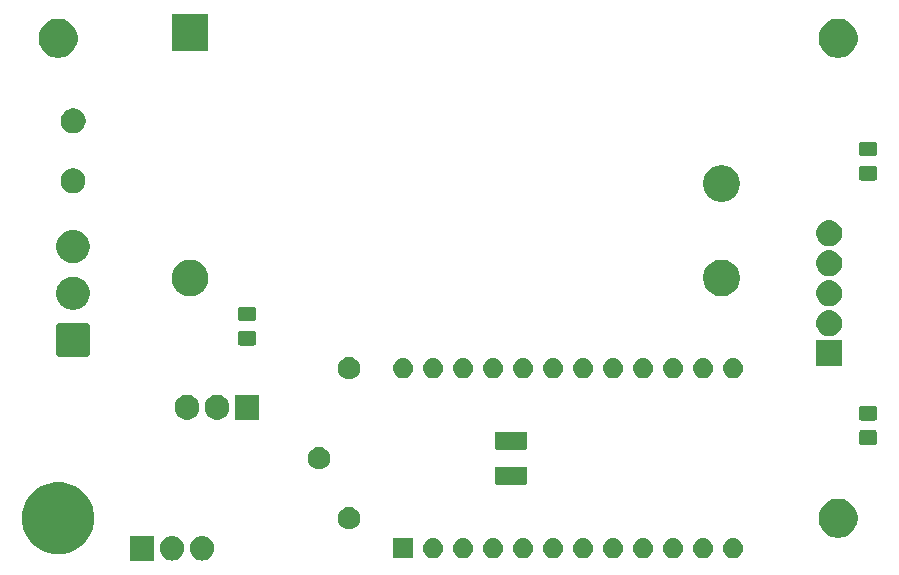
<source format=gbr>
G04 #@! TF.GenerationSoftware,KiCad,Pcbnew,(5.0.2)-1*
G04 #@! TF.CreationDate,2019-02-12T20:31:54-06:00*
G04 #@! TF.ProjectId,Nixie-PSU,4e697869-652d-4505-9355-2e6b69636164,rev?*
G04 #@! TF.SameCoordinates,Original*
G04 #@! TF.FileFunction,Soldermask,Bot*
G04 #@! TF.FilePolarity,Negative*
%FSLAX46Y46*%
G04 Gerber Fmt 4.6, Leading zero omitted, Abs format (unit mm)*
G04 Created by KiCad (PCBNEW (5.0.2)-1) date 2/12/2019 8:31:54 PM*
%MOMM*%
%LPD*%
G01*
G04 APERTURE LIST*
%ADD10C,0.100000*%
G04 APERTURE END LIST*
D10*
G36*
X103828719Y-98023520D02*
X104017880Y-98080901D01*
X104192212Y-98174083D01*
X104345015Y-98299485D01*
X104470417Y-98452288D01*
X104563599Y-98626619D01*
X104620980Y-98815780D01*
X104635500Y-98963206D01*
X104635500Y-99156793D01*
X104620980Y-99304219D01*
X104563599Y-99493380D01*
X104470417Y-99667712D01*
X104345015Y-99820515D01*
X104192212Y-99945917D01*
X104017881Y-100039099D01*
X103828720Y-100096480D01*
X103632000Y-100115855D01*
X103435281Y-100096480D01*
X103246120Y-100039099D01*
X103071788Y-99945917D01*
X102918985Y-99820515D01*
X102793583Y-99667712D01*
X102700401Y-99493381D01*
X102643020Y-99304220D01*
X102628500Y-99156794D01*
X102628500Y-98963207D01*
X102643020Y-98815781D01*
X102700401Y-98626620D01*
X102793583Y-98452288D01*
X102918985Y-98299485D01*
X103071788Y-98174083D01*
X103246119Y-98080901D01*
X103435280Y-98023520D01*
X103632000Y-98004145D01*
X103828719Y-98023520D01*
X103828719Y-98023520D01*
G37*
G36*
X106368719Y-98023520D02*
X106557880Y-98080901D01*
X106732212Y-98174083D01*
X106885015Y-98299485D01*
X107010417Y-98452288D01*
X107103599Y-98626619D01*
X107160980Y-98815780D01*
X107175500Y-98963206D01*
X107175500Y-99156793D01*
X107160980Y-99304219D01*
X107103599Y-99493380D01*
X107010417Y-99667712D01*
X106885015Y-99820515D01*
X106732212Y-99945917D01*
X106557881Y-100039099D01*
X106368720Y-100096480D01*
X106172000Y-100115855D01*
X105975281Y-100096480D01*
X105786120Y-100039099D01*
X105611788Y-99945917D01*
X105458985Y-99820515D01*
X105333583Y-99667712D01*
X105240401Y-99493381D01*
X105183020Y-99304220D01*
X105168500Y-99156794D01*
X105168500Y-98963207D01*
X105183020Y-98815781D01*
X105240401Y-98626620D01*
X105333583Y-98452288D01*
X105458985Y-98299485D01*
X105611788Y-98174083D01*
X105786119Y-98080901D01*
X105975280Y-98023520D01*
X106172000Y-98004145D01*
X106368719Y-98023520D01*
X106368719Y-98023520D01*
G37*
G36*
X102095500Y-100111000D02*
X100088500Y-100111000D01*
X100088500Y-98009000D01*
X102095500Y-98009000D01*
X102095500Y-100111000D01*
X102095500Y-100111000D01*
G37*
G36*
X146216821Y-98221313D02*
X146216824Y-98221314D01*
X146216825Y-98221314D01*
X146377239Y-98269975D01*
X146377241Y-98269976D01*
X146377244Y-98269977D01*
X146525078Y-98348995D01*
X146654659Y-98455341D01*
X146761005Y-98584922D01*
X146840023Y-98732756D01*
X146840024Y-98732759D01*
X146840025Y-98732761D01*
X146887682Y-98889866D01*
X146888687Y-98893179D01*
X146905117Y-99060000D01*
X146888687Y-99226821D01*
X146888686Y-99226824D01*
X146888686Y-99226825D01*
X146865209Y-99304220D01*
X146840023Y-99387244D01*
X146761005Y-99535078D01*
X146654659Y-99664659D01*
X146525078Y-99771005D01*
X146377244Y-99850023D01*
X146377241Y-99850024D01*
X146377239Y-99850025D01*
X146216825Y-99898686D01*
X146216824Y-99898686D01*
X146216821Y-99898687D01*
X146091804Y-99911000D01*
X146008196Y-99911000D01*
X145883179Y-99898687D01*
X145883176Y-99898686D01*
X145883175Y-99898686D01*
X145722761Y-99850025D01*
X145722759Y-99850024D01*
X145722756Y-99850023D01*
X145574922Y-99771005D01*
X145445341Y-99664659D01*
X145338995Y-99535078D01*
X145259977Y-99387244D01*
X145234792Y-99304220D01*
X145211314Y-99226825D01*
X145211314Y-99226824D01*
X145211313Y-99226821D01*
X145194883Y-99060000D01*
X145211313Y-98893179D01*
X145212318Y-98889866D01*
X145259975Y-98732761D01*
X145259976Y-98732759D01*
X145259977Y-98732756D01*
X145338995Y-98584922D01*
X145445341Y-98455341D01*
X145574922Y-98348995D01*
X145722756Y-98269977D01*
X145722759Y-98269976D01*
X145722761Y-98269975D01*
X145883175Y-98221314D01*
X145883176Y-98221314D01*
X145883179Y-98221313D01*
X146008196Y-98209000D01*
X146091804Y-98209000D01*
X146216821Y-98221313D01*
X146216821Y-98221313D01*
G37*
G36*
X124041000Y-99911000D02*
X122339000Y-99911000D01*
X122339000Y-98209000D01*
X124041000Y-98209000D01*
X124041000Y-99911000D01*
X124041000Y-99911000D01*
G37*
G36*
X125896821Y-98221313D02*
X125896824Y-98221314D01*
X125896825Y-98221314D01*
X126057239Y-98269975D01*
X126057241Y-98269976D01*
X126057244Y-98269977D01*
X126205078Y-98348995D01*
X126334659Y-98455341D01*
X126441005Y-98584922D01*
X126520023Y-98732756D01*
X126520024Y-98732759D01*
X126520025Y-98732761D01*
X126567682Y-98889866D01*
X126568687Y-98893179D01*
X126585117Y-99060000D01*
X126568687Y-99226821D01*
X126568686Y-99226824D01*
X126568686Y-99226825D01*
X126545209Y-99304220D01*
X126520023Y-99387244D01*
X126441005Y-99535078D01*
X126334659Y-99664659D01*
X126205078Y-99771005D01*
X126057244Y-99850023D01*
X126057241Y-99850024D01*
X126057239Y-99850025D01*
X125896825Y-99898686D01*
X125896824Y-99898686D01*
X125896821Y-99898687D01*
X125771804Y-99911000D01*
X125688196Y-99911000D01*
X125563179Y-99898687D01*
X125563176Y-99898686D01*
X125563175Y-99898686D01*
X125402761Y-99850025D01*
X125402759Y-99850024D01*
X125402756Y-99850023D01*
X125254922Y-99771005D01*
X125125341Y-99664659D01*
X125018995Y-99535078D01*
X124939977Y-99387244D01*
X124914792Y-99304220D01*
X124891314Y-99226825D01*
X124891314Y-99226824D01*
X124891313Y-99226821D01*
X124874883Y-99060000D01*
X124891313Y-98893179D01*
X124892318Y-98889866D01*
X124939975Y-98732761D01*
X124939976Y-98732759D01*
X124939977Y-98732756D01*
X125018995Y-98584922D01*
X125125341Y-98455341D01*
X125254922Y-98348995D01*
X125402756Y-98269977D01*
X125402759Y-98269976D01*
X125402761Y-98269975D01*
X125563175Y-98221314D01*
X125563176Y-98221314D01*
X125563179Y-98221313D01*
X125688196Y-98209000D01*
X125771804Y-98209000D01*
X125896821Y-98221313D01*
X125896821Y-98221313D01*
G37*
G36*
X128436821Y-98221313D02*
X128436824Y-98221314D01*
X128436825Y-98221314D01*
X128597239Y-98269975D01*
X128597241Y-98269976D01*
X128597244Y-98269977D01*
X128745078Y-98348995D01*
X128874659Y-98455341D01*
X128981005Y-98584922D01*
X129060023Y-98732756D01*
X129060024Y-98732759D01*
X129060025Y-98732761D01*
X129107682Y-98889866D01*
X129108687Y-98893179D01*
X129125117Y-99060000D01*
X129108687Y-99226821D01*
X129108686Y-99226824D01*
X129108686Y-99226825D01*
X129085209Y-99304220D01*
X129060023Y-99387244D01*
X128981005Y-99535078D01*
X128874659Y-99664659D01*
X128745078Y-99771005D01*
X128597244Y-99850023D01*
X128597241Y-99850024D01*
X128597239Y-99850025D01*
X128436825Y-99898686D01*
X128436824Y-99898686D01*
X128436821Y-99898687D01*
X128311804Y-99911000D01*
X128228196Y-99911000D01*
X128103179Y-99898687D01*
X128103176Y-99898686D01*
X128103175Y-99898686D01*
X127942761Y-99850025D01*
X127942759Y-99850024D01*
X127942756Y-99850023D01*
X127794922Y-99771005D01*
X127665341Y-99664659D01*
X127558995Y-99535078D01*
X127479977Y-99387244D01*
X127454792Y-99304220D01*
X127431314Y-99226825D01*
X127431314Y-99226824D01*
X127431313Y-99226821D01*
X127414883Y-99060000D01*
X127431313Y-98893179D01*
X127432318Y-98889866D01*
X127479975Y-98732761D01*
X127479976Y-98732759D01*
X127479977Y-98732756D01*
X127558995Y-98584922D01*
X127665341Y-98455341D01*
X127794922Y-98348995D01*
X127942756Y-98269977D01*
X127942759Y-98269976D01*
X127942761Y-98269975D01*
X128103175Y-98221314D01*
X128103176Y-98221314D01*
X128103179Y-98221313D01*
X128228196Y-98209000D01*
X128311804Y-98209000D01*
X128436821Y-98221313D01*
X128436821Y-98221313D01*
G37*
G36*
X130976821Y-98221313D02*
X130976824Y-98221314D01*
X130976825Y-98221314D01*
X131137239Y-98269975D01*
X131137241Y-98269976D01*
X131137244Y-98269977D01*
X131285078Y-98348995D01*
X131414659Y-98455341D01*
X131521005Y-98584922D01*
X131600023Y-98732756D01*
X131600024Y-98732759D01*
X131600025Y-98732761D01*
X131647682Y-98889866D01*
X131648687Y-98893179D01*
X131665117Y-99060000D01*
X131648687Y-99226821D01*
X131648686Y-99226824D01*
X131648686Y-99226825D01*
X131625209Y-99304220D01*
X131600023Y-99387244D01*
X131521005Y-99535078D01*
X131414659Y-99664659D01*
X131285078Y-99771005D01*
X131137244Y-99850023D01*
X131137241Y-99850024D01*
X131137239Y-99850025D01*
X130976825Y-99898686D01*
X130976824Y-99898686D01*
X130976821Y-99898687D01*
X130851804Y-99911000D01*
X130768196Y-99911000D01*
X130643179Y-99898687D01*
X130643176Y-99898686D01*
X130643175Y-99898686D01*
X130482761Y-99850025D01*
X130482759Y-99850024D01*
X130482756Y-99850023D01*
X130334922Y-99771005D01*
X130205341Y-99664659D01*
X130098995Y-99535078D01*
X130019977Y-99387244D01*
X129994792Y-99304220D01*
X129971314Y-99226825D01*
X129971314Y-99226824D01*
X129971313Y-99226821D01*
X129954883Y-99060000D01*
X129971313Y-98893179D01*
X129972318Y-98889866D01*
X130019975Y-98732761D01*
X130019976Y-98732759D01*
X130019977Y-98732756D01*
X130098995Y-98584922D01*
X130205341Y-98455341D01*
X130334922Y-98348995D01*
X130482756Y-98269977D01*
X130482759Y-98269976D01*
X130482761Y-98269975D01*
X130643175Y-98221314D01*
X130643176Y-98221314D01*
X130643179Y-98221313D01*
X130768196Y-98209000D01*
X130851804Y-98209000D01*
X130976821Y-98221313D01*
X130976821Y-98221313D01*
G37*
G36*
X133516821Y-98221313D02*
X133516824Y-98221314D01*
X133516825Y-98221314D01*
X133677239Y-98269975D01*
X133677241Y-98269976D01*
X133677244Y-98269977D01*
X133825078Y-98348995D01*
X133954659Y-98455341D01*
X134061005Y-98584922D01*
X134140023Y-98732756D01*
X134140024Y-98732759D01*
X134140025Y-98732761D01*
X134187682Y-98889866D01*
X134188687Y-98893179D01*
X134205117Y-99060000D01*
X134188687Y-99226821D01*
X134188686Y-99226824D01*
X134188686Y-99226825D01*
X134165209Y-99304220D01*
X134140023Y-99387244D01*
X134061005Y-99535078D01*
X133954659Y-99664659D01*
X133825078Y-99771005D01*
X133677244Y-99850023D01*
X133677241Y-99850024D01*
X133677239Y-99850025D01*
X133516825Y-99898686D01*
X133516824Y-99898686D01*
X133516821Y-99898687D01*
X133391804Y-99911000D01*
X133308196Y-99911000D01*
X133183179Y-99898687D01*
X133183176Y-99898686D01*
X133183175Y-99898686D01*
X133022761Y-99850025D01*
X133022759Y-99850024D01*
X133022756Y-99850023D01*
X132874922Y-99771005D01*
X132745341Y-99664659D01*
X132638995Y-99535078D01*
X132559977Y-99387244D01*
X132534792Y-99304220D01*
X132511314Y-99226825D01*
X132511314Y-99226824D01*
X132511313Y-99226821D01*
X132494883Y-99060000D01*
X132511313Y-98893179D01*
X132512318Y-98889866D01*
X132559975Y-98732761D01*
X132559976Y-98732759D01*
X132559977Y-98732756D01*
X132638995Y-98584922D01*
X132745341Y-98455341D01*
X132874922Y-98348995D01*
X133022756Y-98269977D01*
X133022759Y-98269976D01*
X133022761Y-98269975D01*
X133183175Y-98221314D01*
X133183176Y-98221314D01*
X133183179Y-98221313D01*
X133308196Y-98209000D01*
X133391804Y-98209000D01*
X133516821Y-98221313D01*
X133516821Y-98221313D01*
G37*
G36*
X136056821Y-98221313D02*
X136056824Y-98221314D01*
X136056825Y-98221314D01*
X136217239Y-98269975D01*
X136217241Y-98269976D01*
X136217244Y-98269977D01*
X136365078Y-98348995D01*
X136494659Y-98455341D01*
X136601005Y-98584922D01*
X136680023Y-98732756D01*
X136680024Y-98732759D01*
X136680025Y-98732761D01*
X136727682Y-98889866D01*
X136728687Y-98893179D01*
X136745117Y-99060000D01*
X136728687Y-99226821D01*
X136728686Y-99226824D01*
X136728686Y-99226825D01*
X136705209Y-99304220D01*
X136680023Y-99387244D01*
X136601005Y-99535078D01*
X136494659Y-99664659D01*
X136365078Y-99771005D01*
X136217244Y-99850023D01*
X136217241Y-99850024D01*
X136217239Y-99850025D01*
X136056825Y-99898686D01*
X136056824Y-99898686D01*
X136056821Y-99898687D01*
X135931804Y-99911000D01*
X135848196Y-99911000D01*
X135723179Y-99898687D01*
X135723176Y-99898686D01*
X135723175Y-99898686D01*
X135562761Y-99850025D01*
X135562759Y-99850024D01*
X135562756Y-99850023D01*
X135414922Y-99771005D01*
X135285341Y-99664659D01*
X135178995Y-99535078D01*
X135099977Y-99387244D01*
X135074792Y-99304220D01*
X135051314Y-99226825D01*
X135051314Y-99226824D01*
X135051313Y-99226821D01*
X135034883Y-99060000D01*
X135051313Y-98893179D01*
X135052318Y-98889866D01*
X135099975Y-98732761D01*
X135099976Y-98732759D01*
X135099977Y-98732756D01*
X135178995Y-98584922D01*
X135285341Y-98455341D01*
X135414922Y-98348995D01*
X135562756Y-98269977D01*
X135562759Y-98269976D01*
X135562761Y-98269975D01*
X135723175Y-98221314D01*
X135723176Y-98221314D01*
X135723179Y-98221313D01*
X135848196Y-98209000D01*
X135931804Y-98209000D01*
X136056821Y-98221313D01*
X136056821Y-98221313D01*
G37*
G36*
X138596821Y-98221313D02*
X138596824Y-98221314D01*
X138596825Y-98221314D01*
X138757239Y-98269975D01*
X138757241Y-98269976D01*
X138757244Y-98269977D01*
X138905078Y-98348995D01*
X139034659Y-98455341D01*
X139141005Y-98584922D01*
X139220023Y-98732756D01*
X139220024Y-98732759D01*
X139220025Y-98732761D01*
X139267682Y-98889866D01*
X139268687Y-98893179D01*
X139285117Y-99060000D01*
X139268687Y-99226821D01*
X139268686Y-99226824D01*
X139268686Y-99226825D01*
X139245209Y-99304220D01*
X139220023Y-99387244D01*
X139141005Y-99535078D01*
X139034659Y-99664659D01*
X138905078Y-99771005D01*
X138757244Y-99850023D01*
X138757241Y-99850024D01*
X138757239Y-99850025D01*
X138596825Y-99898686D01*
X138596824Y-99898686D01*
X138596821Y-99898687D01*
X138471804Y-99911000D01*
X138388196Y-99911000D01*
X138263179Y-99898687D01*
X138263176Y-99898686D01*
X138263175Y-99898686D01*
X138102761Y-99850025D01*
X138102759Y-99850024D01*
X138102756Y-99850023D01*
X137954922Y-99771005D01*
X137825341Y-99664659D01*
X137718995Y-99535078D01*
X137639977Y-99387244D01*
X137614792Y-99304220D01*
X137591314Y-99226825D01*
X137591314Y-99226824D01*
X137591313Y-99226821D01*
X137574883Y-99060000D01*
X137591313Y-98893179D01*
X137592318Y-98889866D01*
X137639975Y-98732761D01*
X137639976Y-98732759D01*
X137639977Y-98732756D01*
X137718995Y-98584922D01*
X137825341Y-98455341D01*
X137954922Y-98348995D01*
X138102756Y-98269977D01*
X138102759Y-98269976D01*
X138102761Y-98269975D01*
X138263175Y-98221314D01*
X138263176Y-98221314D01*
X138263179Y-98221313D01*
X138388196Y-98209000D01*
X138471804Y-98209000D01*
X138596821Y-98221313D01*
X138596821Y-98221313D01*
G37*
G36*
X141136821Y-98221313D02*
X141136824Y-98221314D01*
X141136825Y-98221314D01*
X141297239Y-98269975D01*
X141297241Y-98269976D01*
X141297244Y-98269977D01*
X141445078Y-98348995D01*
X141574659Y-98455341D01*
X141681005Y-98584922D01*
X141760023Y-98732756D01*
X141760024Y-98732759D01*
X141760025Y-98732761D01*
X141807682Y-98889866D01*
X141808687Y-98893179D01*
X141825117Y-99060000D01*
X141808687Y-99226821D01*
X141808686Y-99226824D01*
X141808686Y-99226825D01*
X141785209Y-99304220D01*
X141760023Y-99387244D01*
X141681005Y-99535078D01*
X141574659Y-99664659D01*
X141445078Y-99771005D01*
X141297244Y-99850023D01*
X141297241Y-99850024D01*
X141297239Y-99850025D01*
X141136825Y-99898686D01*
X141136824Y-99898686D01*
X141136821Y-99898687D01*
X141011804Y-99911000D01*
X140928196Y-99911000D01*
X140803179Y-99898687D01*
X140803176Y-99898686D01*
X140803175Y-99898686D01*
X140642761Y-99850025D01*
X140642759Y-99850024D01*
X140642756Y-99850023D01*
X140494922Y-99771005D01*
X140365341Y-99664659D01*
X140258995Y-99535078D01*
X140179977Y-99387244D01*
X140154792Y-99304220D01*
X140131314Y-99226825D01*
X140131314Y-99226824D01*
X140131313Y-99226821D01*
X140114883Y-99060000D01*
X140131313Y-98893179D01*
X140132318Y-98889866D01*
X140179975Y-98732761D01*
X140179976Y-98732759D01*
X140179977Y-98732756D01*
X140258995Y-98584922D01*
X140365341Y-98455341D01*
X140494922Y-98348995D01*
X140642756Y-98269977D01*
X140642759Y-98269976D01*
X140642761Y-98269975D01*
X140803175Y-98221314D01*
X140803176Y-98221314D01*
X140803179Y-98221313D01*
X140928196Y-98209000D01*
X141011804Y-98209000D01*
X141136821Y-98221313D01*
X141136821Y-98221313D01*
G37*
G36*
X143676821Y-98221313D02*
X143676824Y-98221314D01*
X143676825Y-98221314D01*
X143837239Y-98269975D01*
X143837241Y-98269976D01*
X143837244Y-98269977D01*
X143985078Y-98348995D01*
X144114659Y-98455341D01*
X144221005Y-98584922D01*
X144300023Y-98732756D01*
X144300024Y-98732759D01*
X144300025Y-98732761D01*
X144347682Y-98889866D01*
X144348687Y-98893179D01*
X144365117Y-99060000D01*
X144348687Y-99226821D01*
X144348686Y-99226824D01*
X144348686Y-99226825D01*
X144325209Y-99304220D01*
X144300023Y-99387244D01*
X144221005Y-99535078D01*
X144114659Y-99664659D01*
X143985078Y-99771005D01*
X143837244Y-99850023D01*
X143837241Y-99850024D01*
X143837239Y-99850025D01*
X143676825Y-99898686D01*
X143676824Y-99898686D01*
X143676821Y-99898687D01*
X143551804Y-99911000D01*
X143468196Y-99911000D01*
X143343179Y-99898687D01*
X143343176Y-99898686D01*
X143343175Y-99898686D01*
X143182761Y-99850025D01*
X143182759Y-99850024D01*
X143182756Y-99850023D01*
X143034922Y-99771005D01*
X142905341Y-99664659D01*
X142798995Y-99535078D01*
X142719977Y-99387244D01*
X142694792Y-99304220D01*
X142671314Y-99226825D01*
X142671314Y-99226824D01*
X142671313Y-99226821D01*
X142654883Y-99060000D01*
X142671313Y-98893179D01*
X142672318Y-98889866D01*
X142719975Y-98732761D01*
X142719976Y-98732759D01*
X142719977Y-98732756D01*
X142798995Y-98584922D01*
X142905341Y-98455341D01*
X143034922Y-98348995D01*
X143182756Y-98269977D01*
X143182759Y-98269976D01*
X143182761Y-98269975D01*
X143343175Y-98221314D01*
X143343176Y-98221314D01*
X143343179Y-98221313D01*
X143468196Y-98209000D01*
X143551804Y-98209000D01*
X143676821Y-98221313D01*
X143676821Y-98221313D01*
G37*
G36*
X148756821Y-98221313D02*
X148756824Y-98221314D01*
X148756825Y-98221314D01*
X148917239Y-98269975D01*
X148917241Y-98269976D01*
X148917244Y-98269977D01*
X149065078Y-98348995D01*
X149194659Y-98455341D01*
X149301005Y-98584922D01*
X149380023Y-98732756D01*
X149380024Y-98732759D01*
X149380025Y-98732761D01*
X149427682Y-98889866D01*
X149428687Y-98893179D01*
X149445117Y-99060000D01*
X149428687Y-99226821D01*
X149428686Y-99226824D01*
X149428686Y-99226825D01*
X149405209Y-99304220D01*
X149380023Y-99387244D01*
X149301005Y-99535078D01*
X149194659Y-99664659D01*
X149065078Y-99771005D01*
X148917244Y-99850023D01*
X148917241Y-99850024D01*
X148917239Y-99850025D01*
X148756825Y-99898686D01*
X148756824Y-99898686D01*
X148756821Y-99898687D01*
X148631804Y-99911000D01*
X148548196Y-99911000D01*
X148423179Y-99898687D01*
X148423176Y-99898686D01*
X148423175Y-99898686D01*
X148262761Y-99850025D01*
X148262759Y-99850024D01*
X148262756Y-99850023D01*
X148114922Y-99771005D01*
X147985341Y-99664659D01*
X147878995Y-99535078D01*
X147799977Y-99387244D01*
X147774792Y-99304220D01*
X147751314Y-99226825D01*
X147751314Y-99226824D01*
X147751313Y-99226821D01*
X147734883Y-99060000D01*
X147751313Y-98893179D01*
X147752318Y-98889866D01*
X147799975Y-98732761D01*
X147799976Y-98732759D01*
X147799977Y-98732756D01*
X147878995Y-98584922D01*
X147985341Y-98455341D01*
X148114922Y-98348995D01*
X148262756Y-98269977D01*
X148262759Y-98269976D01*
X148262761Y-98269975D01*
X148423175Y-98221314D01*
X148423176Y-98221314D01*
X148423179Y-98221313D01*
X148548196Y-98209000D01*
X148631804Y-98209000D01*
X148756821Y-98221313D01*
X148756821Y-98221313D01*
G37*
G36*
X151296821Y-98221313D02*
X151296824Y-98221314D01*
X151296825Y-98221314D01*
X151457239Y-98269975D01*
X151457241Y-98269976D01*
X151457244Y-98269977D01*
X151605078Y-98348995D01*
X151734659Y-98455341D01*
X151841005Y-98584922D01*
X151920023Y-98732756D01*
X151920024Y-98732759D01*
X151920025Y-98732761D01*
X151967682Y-98889866D01*
X151968687Y-98893179D01*
X151985117Y-99060000D01*
X151968687Y-99226821D01*
X151968686Y-99226824D01*
X151968686Y-99226825D01*
X151945209Y-99304220D01*
X151920023Y-99387244D01*
X151841005Y-99535078D01*
X151734659Y-99664659D01*
X151605078Y-99771005D01*
X151457244Y-99850023D01*
X151457241Y-99850024D01*
X151457239Y-99850025D01*
X151296825Y-99898686D01*
X151296824Y-99898686D01*
X151296821Y-99898687D01*
X151171804Y-99911000D01*
X151088196Y-99911000D01*
X150963179Y-99898687D01*
X150963176Y-99898686D01*
X150963175Y-99898686D01*
X150802761Y-99850025D01*
X150802759Y-99850024D01*
X150802756Y-99850023D01*
X150654922Y-99771005D01*
X150525341Y-99664659D01*
X150418995Y-99535078D01*
X150339977Y-99387244D01*
X150314792Y-99304220D01*
X150291314Y-99226825D01*
X150291314Y-99226824D01*
X150291313Y-99226821D01*
X150274883Y-99060000D01*
X150291313Y-98893179D01*
X150292318Y-98889866D01*
X150339975Y-98732761D01*
X150339976Y-98732759D01*
X150339977Y-98732756D01*
X150418995Y-98584922D01*
X150525341Y-98455341D01*
X150654922Y-98348995D01*
X150802756Y-98269977D01*
X150802759Y-98269976D01*
X150802761Y-98269975D01*
X150963175Y-98221314D01*
X150963176Y-98221314D01*
X150963179Y-98221313D01*
X151088196Y-98209000D01*
X151171804Y-98209000D01*
X151296821Y-98221313D01*
X151296821Y-98221313D01*
G37*
G36*
X94869941Y-93586248D02*
X94869943Y-93586249D01*
X94869944Y-93586249D01*
X95425190Y-93816239D01*
X95425191Y-93816240D01*
X95924902Y-94150136D01*
X96349864Y-94575098D01*
X96349866Y-94575101D01*
X96683761Y-95074810D01*
X96903599Y-95605547D01*
X96913752Y-95630059D01*
X97031000Y-96219501D01*
X97031000Y-96820499D01*
X96923136Y-97362766D01*
X96913751Y-97409944D01*
X96683761Y-97965190D01*
X96683760Y-97965191D01*
X96349864Y-98464902D01*
X95924902Y-98889864D01*
X95924899Y-98889866D01*
X95425190Y-99223761D01*
X94869944Y-99453751D01*
X94869943Y-99453751D01*
X94869941Y-99453752D01*
X94280499Y-99571000D01*
X93679501Y-99571000D01*
X93090059Y-99453752D01*
X93090057Y-99453751D01*
X93090056Y-99453751D01*
X92534810Y-99223761D01*
X92035101Y-98889866D01*
X92035098Y-98889864D01*
X91610136Y-98464902D01*
X91276240Y-97965191D01*
X91276239Y-97965190D01*
X91046249Y-97409944D01*
X91036865Y-97362766D01*
X90929000Y-96820499D01*
X90929000Y-96219501D01*
X91046248Y-95630059D01*
X91056401Y-95605547D01*
X91276239Y-95074810D01*
X91610134Y-94575101D01*
X91610136Y-94575098D01*
X92035098Y-94150136D01*
X92534809Y-93816240D01*
X92534810Y-93816239D01*
X93090056Y-93586249D01*
X93090057Y-93586249D01*
X93090059Y-93586248D01*
X93679501Y-93469000D01*
X94280499Y-93469000D01*
X94869941Y-93586248D01*
X94869941Y-93586248D01*
G37*
G36*
X160395256Y-94911298D02*
X160501579Y-94932447D01*
X160802042Y-95056903D01*
X161068852Y-95235180D01*
X161072454Y-95237587D01*
X161302413Y-95467546D01*
X161302415Y-95467549D01*
X161483097Y-95737958D01*
X161607553Y-96038421D01*
X161613742Y-96069534D01*
X161671000Y-96357389D01*
X161671000Y-96682611D01*
X161643572Y-96820499D01*
X161607553Y-97001579D01*
X161483097Y-97302042D01*
X161304820Y-97568852D01*
X161302413Y-97572454D01*
X161072454Y-97802413D01*
X161072451Y-97802415D01*
X160802042Y-97983097D01*
X160501579Y-98107553D01*
X160395256Y-98128702D01*
X160182611Y-98171000D01*
X159857389Y-98171000D01*
X159644744Y-98128702D01*
X159538421Y-98107553D01*
X159237958Y-97983097D01*
X158967549Y-97802415D01*
X158967546Y-97802413D01*
X158737587Y-97572454D01*
X158735180Y-97568852D01*
X158556903Y-97302042D01*
X158432447Y-97001579D01*
X158396428Y-96820499D01*
X158369000Y-96682611D01*
X158369000Y-96357389D01*
X158426258Y-96069534D01*
X158432447Y-96038421D01*
X158556903Y-95737958D01*
X158737585Y-95467549D01*
X158737587Y-95467546D01*
X158967546Y-95237587D01*
X158971148Y-95235180D01*
X159237958Y-95056903D01*
X159538421Y-94932447D01*
X159644744Y-94911298D01*
X159857389Y-94869000D01*
X160182611Y-94869000D01*
X160395256Y-94911298D01*
X160395256Y-94911298D01*
G37*
G36*
X118895396Y-95605546D02*
X119068466Y-95677234D01*
X119224230Y-95781312D01*
X119356688Y-95913770D01*
X119460766Y-96069534D01*
X119532454Y-96242604D01*
X119569000Y-96426333D01*
X119569000Y-96613667D01*
X119532454Y-96797396D01*
X119460766Y-96970466D01*
X119356688Y-97126230D01*
X119224230Y-97258688D01*
X119068466Y-97362766D01*
X118895396Y-97434454D01*
X118711667Y-97471000D01*
X118524333Y-97471000D01*
X118340604Y-97434454D01*
X118167534Y-97362766D01*
X118011770Y-97258688D01*
X117879312Y-97126230D01*
X117775234Y-96970466D01*
X117703546Y-96797396D01*
X117667000Y-96613667D01*
X117667000Y-96426333D01*
X117703546Y-96242604D01*
X117775234Y-96069534D01*
X117879312Y-95913770D01*
X118011770Y-95781312D01*
X118167534Y-95677234D01*
X118340604Y-95605546D01*
X118524333Y-95569000D01*
X118711667Y-95569000D01*
X118895396Y-95605546D01*
X118895396Y-95605546D01*
G37*
G36*
X133559562Y-92168181D02*
X133594477Y-92178773D01*
X133626665Y-92195978D01*
X133654873Y-92219127D01*
X133678022Y-92247335D01*
X133695227Y-92279523D01*
X133705819Y-92314438D01*
X133710000Y-92356895D01*
X133710000Y-93498105D01*
X133705819Y-93540562D01*
X133695227Y-93575477D01*
X133678022Y-93607665D01*
X133654873Y-93635873D01*
X133626665Y-93659022D01*
X133594477Y-93676227D01*
X133559562Y-93686819D01*
X133517105Y-93691000D01*
X131150895Y-93691000D01*
X131108438Y-93686819D01*
X131073523Y-93676227D01*
X131041335Y-93659022D01*
X131013127Y-93635873D01*
X130989978Y-93607665D01*
X130972773Y-93575477D01*
X130962181Y-93540562D01*
X130958000Y-93498105D01*
X130958000Y-92356895D01*
X130962181Y-92314438D01*
X130972773Y-92279523D01*
X130989978Y-92247335D01*
X131013127Y-92219127D01*
X131041335Y-92195978D01*
X131073523Y-92178773D01*
X131108438Y-92168181D01*
X131150895Y-92164000D01*
X133517105Y-92164000D01*
X133559562Y-92168181D01*
X133559562Y-92168181D01*
G37*
G36*
X116355396Y-90525546D02*
X116528466Y-90597234D01*
X116684230Y-90701312D01*
X116816688Y-90833770D01*
X116920766Y-90989534D01*
X116992454Y-91162604D01*
X117029000Y-91346333D01*
X117029000Y-91533667D01*
X116992454Y-91717396D01*
X116920766Y-91890466D01*
X116816688Y-92046230D01*
X116684230Y-92178688D01*
X116528466Y-92282766D01*
X116355396Y-92354454D01*
X116171667Y-92391000D01*
X115984333Y-92391000D01*
X115800604Y-92354454D01*
X115627534Y-92282766D01*
X115471770Y-92178688D01*
X115339312Y-92046230D01*
X115235234Y-91890466D01*
X115163546Y-91717396D01*
X115127000Y-91533667D01*
X115127000Y-91346333D01*
X115163546Y-91162604D01*
X115235234Y-90989534D01*
X115339312Y-90833770D01*
X115471770Y-90701312D01*
X115627534Y-90597234D01*
X115800604Y-90525546D01*
X115984333Y-90489000D01*
X116171667Y-90489000D01*
X116355396Y-90525546D01*
X116355396Y-90525546D01*
G37*
G36*
X133559562Y-89193181D02*
X133594477Y-89203773D01*
X133626665Y-89220978D01*
X133654873Y-89244127D01*
X133678022Y-89272335D01*
X133695227Y-89304523D01*
X133705819Y-89339438D01*
X133710000Y-89381895D01*
X133710000Y-90523105D01*
X133705819Y-90565562D01*
X133695227Y-90600477D01*
X133678022Y-90632665D01*
X133654873Y-90660873D01*
X133626665Y-90684022D01*
X133594477Y-90701227D01*
X133559562Y-90711819D01*
X133517105Y-90716000D01*
X131150895Y-90716000D01*
X131108438Y-90711819D01*
X131073523Y-90701227D01*
X131041335Y-90684022D01*
X131013127Y-90660873D01*
X130989978Y-90632665D01*
X130972773Y-90600477D01*
X130962181Y-90565562D01*
X130958000Y-90523105D01*
X130958000Y-89381895D01*
X130962181Y-89339438D01*
X130972773Y-89304523D01*
X130989978Y-89272335D01*
X131013127Y-89244127D01*
X131041335Y-89220978D01*
X131073523Y-89203773D01*
X131108438Y-89193181D01*
X131150895Y-89189000D01*
X133517105Y-89189000D01*
X133559562Y-89193181D01*
X133559562Y-89193181D01*
G37*
G36*
X163148677Y-89058465D02*
X163186364Y-89069898D01*
X163221103Y-89088466D01*
X163251548Y-89113452D01*
X163276534Y-89143897D01*
X163295102Y-89178636D01*
X163306535Y-89216323D01*
X163311000Y-89261661D01*
X163311000Y-90098339D01*
X163306535Y-90143677D01*
X163295102Y-90181364D01*
X163276534Y-90216103D01*
X163251548Y-90246548D01*
X163221103Y-90271534D01*
X163186364Y-90290102D01*
X163148677Y-90301535D01*
X163103339Y-90306000D01*
X162016661Y-90306000D01*
X161971323Y-90301535D01*
X161933636Y-90290102D01*
X161898897Y-90271534D01*
X161868452Y-90246548D01*
X161843466Y-90216103D01*
X161824898Y-90181364D01*
X161813465Y-90143677D01*
X161809000Y-90098339D01*
X161809000Y-89261661D01*
X161813465Y-89216323D01*
X161824898Y-89178636D01*
X161843466Y-89143897D01*
X161868452Y-89113452D01*
X161898897Y-89088466D01*
X161933636Y-89069898D01*
X161971323Y-89058465D01*
X162016661Y-89054000D01*
X163103339Y-89054000D01*
X163148677Y-89058465D01*
X163148677Y-89058465D01*
G37*
G36*
X163148677Y-87008465D02*
X163186364Y-87019898D01*
X163221103Y-87038466D01*
X163251548Y-87063452D01*
X163276534Y-87093897D01*
X163295102Y-87128636D01*
X163306535Y-87166323D01*
X163311000Y-87211661D01*
X163311000Y-88048339D01*
X163306535Y-88093677D01*
X163295102Y-88131364D01*
X163276534Y-88166103D01*
X163251548Y-88196548D01*
X163221103Y-88221534D01*
X163186364Y-88240102D01*
X163148677Y-88251535D01*
X163103339Y-88256000D01*
X162016661Y-88256000D01*
X161971323Y-88251535D01*
X161933636Y-88240102D01*
X161898897Y-88221534D01*
X161868452Y-88196548D01*
X161843466Y-88166103D01*
X161824898Y-88131364D01*
X161813465Y-88093677D01*
X161809000Y-88048339D01*
X161809000Y-87211661D01*
X161813465Y-87166323D01*
X161824898Y-87128636D01*
X161843466Y-87093897D01*
X161868452Y-87063452D01*
X161898897Y-87038466D01*
X161933636Y-87019898D01*
X161971323Y-87008465D01*
X162016661Y-87004000D01*
X163103339Y-87004000D01*
X163148677Y-87008465D01*
X163148677Y-87008465D01*
G37*
G36*
X107748565Y-86111389D02*
X107939834Y-86190615D01*
X108111976Y-86305637D01*
X108258363Y-86452024D01*
X108373385Y-86624166D01*
X108452611Y-86815435D01*
X108493000Y-87018484D01*
X108493000Y-87225516D01*
X108452611Y-87428565D01*
X108373385Y-87619834D01*
X108258363Y-87791976D01*
X108111976Y-87938363D01*
X107939834Y-88053385D01*
X107748565Y-88132611D01*
X107545516Y-88173000D01*
X107338484Y-88173000D01*
X107135435Y-88132611D01*
X106944166Y-88053385D01*
X106772024Y-87938363D01*
X106625637Y-87791976D01*
X106510615Y-87619834D01*
X106431389Y-87428565D01*
X106391000Y-87225516D01*
X106391000Y-87018484D01*
X106431389Y-86815435D01*
X106510615Y-86624166D01*
X106625637Y-86452024D01*
X106772024Y-86305637D01*
X106944166Y-86190615D01*
X107135435Y-86111389D01*
X107338484Y-86071000D01*
X107545516Y-86071000D01*
X107748565Y-86111389D01*
X107748565Y-86111389D01*
G37*
G36*
X111033000Y-88173000D02*
X108931000Y-88173000D01*
X108931000Y-86071000D01*
X111033000Y-86071000D01*
X111033000Y-88173000D01*
X111033000Y-88173000D01*
G37*
G36*
X105208565Y-86111389D02*
X105399834Y-86190615D01*
X105571976Y-86305637D01*
X105718363Y-86452024D01*
X105833385Y-86624166D01*
X105912611Y-86815435D01*
X105953000Y-87018484D01*
X105953000Y-87225516D01*
X105912611Y-87428565D01*
X105833385Y-87619834D01*
X105718363Y-87791976D01*
X105571976Y-87938363D01*
X105399834Y-88053385D01*
X105208565Y-88132611D01*
X105005516Y-88173000D01*
X104798484Y-88173000D01*
X104595435Y-88132611D01*
X104404166Y-88053385D01*
X104232024Y-87938363D01*
X104085637Y-87791976D01*
X103970615Y-87619834D01*
X103891389Y-87428565D01*
X103851000Y-87225516D01*
X103851000Y-87018484D01*
X103891389Y-86815435D01*
X103970615Y-86624166D01*
X104085637Y-86452024D01*
X104232024Y-86305637D01*
X104404166Y-86190615D01*
X104595435Y-86111389D01*
X104798484Y-86071000D01*
X105005516Y-86071000D01*
X105208565Y-86111389D01*
X105208565Y-86111389D01*
G37*
G36*
X118895396Y-82905546D02*
X119068466Y-82977234D01*
X119224230Y-83081312D01*
X119356688Y-83213770D01*
X119460766Y-83369534D01*
X119532454Y-83542604D01*
X119569000Y-83726333D01*
X119569000Y-83913667D01*
X119532454Y-84097396D01*
X119460766Y-84270466D01*
X119356688Y-84426230D01*
X119224230Y-84558688D01*
X119068466Y-84662766D01*
X118895396Y-84734454D01*
X118711667Y-84771000D01*
X118524333Y-84771000D01*
X118340604Y-84734454D01*
X118167534Y-84662766D01*
X118011770Y-84558688D01*
X117879312Y-84426230D01*
X117775234Y-84270466D01*
X117703546Y-84097396D01*
X117667000Y-83913667D01*
X117667000Y-83726333D01*
X117703546Y-83542604D01*
X117775234Y-83369534D01*
X117879312Y-83213770D01*
X118011770Y-83081312D01*
X118167534Y-82977234D01*
X118340604Y-82905546D01*
X118524333Y-82869000D01*
X118711667Y-82869000D01*
X118895396Y-82905546D01*
X118895396Y-82905546D01*
G37*
G36*
X125896821Y-82981313D02*
X125896824Y-82981314D01*
X125896825Y-82981314D01*
X126057239Y-83029975D01*
X126057241Y-83029976D01*
X126057244Y-83029977D01*
X126205078Y-83108995D01*
X126334659Y-83215341D01*
X126441005Y-83344922D01*
X126520023Y-83492756D01*
X126520024Y-83492759D01*
X126520025Y-83492761D01*
X126568026Y-83651000D01*
X126568687Y-83653179D01*
X126585117Y-83820000D01*
X126568687Y-83986821D01*
X126568686Y-83986824D01*
X126568686Y-83986825D01*
X126535145Y-84097396D01*
X126520023Y-84147244D01*
X126441005Y-84295078D01*
X126334659Y-84424659D01*
X126205078Y-84531005D01*
X126057244Y-84610023D01*
X126057241Y-84610024D01*
X126057239Y-84610025D01*
X125896825Y-84658686D01*
X125896824Y-84658686D01*
X125896821Y-84658687D01*
X125771804Y-84671000D01*
X125688196Y-84671000D01*
X125563179Y-84658687D01*
X125563176Y-84658686D01*
X125563175Y-84658686D01*
X125402761Y-84610025D01*
X125402759Y-84610024D01*
X125402756Y-84610023D01*
X125254922Y-84531005D01*
X125125341Y-84424659D01*
X125018995Y-84295078D01*
X124939977Y-84147244D01*
X124924856Y-84097396D01*
X124891314Y-83986825D01*
X124891314Y-83986824D01*
X124891313Y-83986821D01*
X124874883Y-83820000D01*
X124891313Y-83653179D01*
X124891974Y-83651000D01*
X124939975Y-83492761D01*
X124939976Y-83492759D01*
X124939977Y-83492756D01*
X125018995Y-83344922D01*
X125125341Y-83215341D01*
X125254922Y-83108995D01*
X125402756Y-83029977D01*
X125402759Y-83029976D01*
X125402761Y-83029975D01*
X125563175Y-82981314D01*
X125563176Y-82981314D01*
X125563179Y-82981313D01*
X125688196Y-82969000D01*
X125771804Y-82969000D01*
X125896821Y-82981313D01*
X125896821Y-82981313D01*
G37*
G36*
X128436821Y-82981313D02*
X128436824Y-82981314D01*
X128436825Y-82981314D01*
X128597239Y-83029975D01*
X128597241Y-83029976D01*
X128597244Y-83029977D01*
X128745078Y-83108995D01*
X128874659Y-83215341D01*
X128981005Y-83344922D01*
X129060023Y-83492756D01*
X129060024Y-83492759D01*
X129060025Y-83492761D01*
X129108026Y-83651000D01*
X129108687Y-83653179D01*
X129125117Y-83820000D01*
X129108687Y-83986821D01*
X129108686Y-83986824D01*
X129108686Y-83986825D01*
X129075145Y-84097396D01*
X129060023Y-84147244D01*
X128981005Y-84295078D01*
X128874659Y-84424659D01*
X128745078Y-84531005D01*
X128597244Y-84610023D01*
X128597241Y-84610024D01*
X128597239Y-84610025D01*
X128436825Y-84658686D01*
X128436824Y-84658686D01*
X128436821Y-84658687D01*
X128311804Y-84671000D01*
X128228196Y-84671000D01*
X128103179Y-84658687D01*
X128103176Y-84658686D01*
X128103175Y-84658686D01*
X127942761Y-84610025D01*
X127942759Y-84610024D01*
X127942756Y-84610023D01*
X127794922Y-84531005D01*
X127665341Y-84424659D01*
X127558995Y-84295078D01*
X127479977Y-84147244D01*
X127464856Y-84097396D01*
X127431314Y-83986825D01*
X127431314Y-83986824D01*
X127431313Y-83986821D01*
X127414883Y-83820000D01*
X127431313Y-83653179D01*
X127431974Y-83651000D01*
X127479975Y-83492761D01*
X127479976Y-83492759D01*
X127479977Y-83492756D01*
X127558995Y-83344922D01*
X127665341Y-83215341D01*
X127794922Y-83108995D01*
X127942756Y-83029977D01*
X127942759Y-83029976D01*
X127942761Y-83029975D01*
X128103175Y-82981314D01*
X128103176Y-82981314D01*
X128103179Y-82981313D01*
X128228196Y-82969000D01*
X128311804Y-82969000D01*
X128436821Y-82981313D01*
X128436821Y-82981313D01*
G37*
G36*
X141136821Y-82981313D02*
X141136824Y-82981314D01*
X141136825Y-82981314D01*
X141297239Y-83029975D01*
X141297241Y-83029976D01*
X141297244Y-83029977D01*
X141445078Y-83108995D01*
X141574659Y-83215341D01*
X141681005Y-83344922D01*
X141760023Y-83492756D01*
X141760024Y-83492759D01*
X141760025Y-83492761D01*
X141808026Y-83651000D01*
X141808687Y-83653179D01*
X141825117Y-83820000D01*
X141808687Y-83986821D01*
X141808686Y-83986824D01*
X141808686Y-83986825D01*
X141775145Y-84097396D01*
X141760023Y-84147244D01*
X141681005Y-84295078D01*
X141574659Y-84424659D01*
X141445078Y-84531005D01*
X141297244Y-84610023D01*
X141297241Y-84610024D01*
X141297239Y-84610025D01*
X141136825Y-84658686D01*
X141136824Y-84658686D01*
X141136821Y-84658687D01*
X141011804Y-84671000D01*
X140928196Y-84671000D01*
X140803179Y-84658687D01*
X140803176Y-84658686D01*
X140803175Y-84658686D01*
X140642761Y-84610025D01*
X140642759Y-84610024D01*
X140642756Y-84610023D01*
X140494922Y-84531005D01*
X140365341Y-84424659D01*
X140258995Y-84295078D01*
X140179977Y-84147244D01*
X140164856Y-84097396D01*
X140131314Y-83986825D01*
X140131314Y-83986824D01*
X140131313Y-83986821D01*
X140114883Y-83820000D01*
X140131313Y-83653179D01*
X140131974Y-83651000D01*
X140179975Y-83492761D01*
X140179976Y-83492759D01*
X140179977Y-83492756D01*
X140258995Y-83344922D01*
X140365341Y-83215341D01*
X140494922Y-83108995D01*
X140642756Y-83029977D01*
X140642759Y-83029976D01*
X140642761Y-83029975D01*
X140803175Y-82981314D01*
X140803176Y-82981314D01*
X140803179Y-82981313D01*
X140928196Y-82969000D01*
X141011804Y-82969000D01*
X141136821Y-82981313D01*
X141136821Y-82981313D01*
G37*
G36*
X130976821Y-82981313D02*
X130976824Y-82981314D01*
X130976825Y-82981314D01*
X131137239Y-83029975D01*
X131137241Y-83029976D01*
X131137244Y-83029977D01*
X131285078Y-83108995D01*
X131414659Y-83215341D01*
X131521005Y-83344922D01*
X131600023Y-83492756D01*
X131600024Y-83492759D01*
X131600025Y-83492761D01*
X131648026Y-83651000D01*
X131648687Y-83653179D01*
X131665117Y-83820000D01*
X131648687Y-83986821D01*
X131648686Y-83986824D01*
X131648686Y-83986825D01*
X131615145Y-84097396D01*
X131600023Y-84147244D01*
X131521005Y-84295078D01*
X131414659Y-84424659D01*
X131285078Y-84531005D01*
X131137244Y-84610023D01*
X131137241Y-84610024D01*
X131137239Y-84610025D01*
X130976825Y-84658686D01*
X130976824Y-84658686D01*
X130976821Y-84658687D01*
X130851804Y-84671000D01*
X130768196Y-84671000D01*
X130643179Y-84658687D01*
X130643176Y-84658686D01*
X130643175Y-84658686D01*
X130482761Y-84610025D01*
X130482759Y-84610024D01*
X130482756Y-84610023D01*
X130334922Y-84531005D01*
X130205341Y-84424659D01*
X130098995Y-84295078D01*
X130019977Y-84147244D01*
X130004856Y-84097396D01*
X129971314Y-83986825D01*
X129971314Y-83986824D01*
X129971313Y-83986821D01*
X129954883Y-83820000D01*
X129971313Y-83653179D01*
X129971974Y-83651000D01*
X130019975Y-83492761D01*
X130019976Y-83492759D01*
X130019977Y-83492756D01*
X130098995Y-83344922D01*
X130205341Y-83215341D01*
X130334922Y-83108995D01*
X130482756Y-83029977D01*
X130482759Y-83029976D01*
X130482761Y-83029975D01*
X130643175Y-82981314D01*
X130643176Y-82981314D01*
X130643179Y-82981313D01*
X130768196Y-82969000D01*
X130851804Y-82969000D01*
X130976821Y-82981313D01*
X130976821Y-82981313D01*
G37*
G36*
X133516821Y-82981313D02*
X133516824Y-82981314D01*
X133516825Y-82981314D01*
X133677239Y-83029975D01*
X133677241Y-83029976D01*
X133677244Y-83029977D01*
X133825078Y-83108995D01*
X133954659Y-83215341D01*
X134061005Y-83344922D01*
X134140023Y-83492756D01*
X134140024Y-83492759D01*
X134140025Y-83492761D01*
X134188026Y-83651000D01*
X134188687Y-83653179D01*
X134205117Y-83820000D01*
X134188687Y-83986821D01*
X134188686Y-83986824D01*
X134188686Y-83986825D01*
X134155145Y-84097396D01*
X134140023Y-84147244D01*
X134061005Y-84295078D01*
X133954659Y-84424659D01*
X133825078Y-84531005D01*
X133677244Y-84610023D01*
X133677241Y-84610024D01*
X133677239Y-84610025D01*
X133516825Y-84658686D01*
X133516824Y-84658686D01*
X133516821Y-84658687D01*
X133391804Y-84671000D01*
X133308196Y-84671000D01*
X133183179Y-84658687D01*
X133183176Y-84658686D01*
X133183175Y-84658686D01*
X133022761Y-84610025D01*
X133022759Y-84610024D01*
X133022756Y-84610023D01*
X132874922Y-84531005D01*
X132745341Y-84424659D01*
X132638995Y-84295078D01*
X132559977Y-84147244D01*
X132544856Y-84097396D01*
X132511314Y-83986825D01*
X132511314Y-83986824D01*
X132511313Y-83986821D01*
X132494883Y-83820000D01*
X132511313Y-83653179D01*
X132511974Y-83651000D01*
X132559975Y-83492761D01*
X132559976Y-83492759D01*
X132559977Y-83492756D01*
X132638995Y-83344922D01*
X132745341Y-83215341D01*
X132874922Y-83108995D01*
X133022756Y-83029977D01*
X133022759Y-83029976D01*
X133022761Y-83029975D01*
X133183175Y-82981314D01*
X133183176Y-82981314D01*
X133183179Y-82981313D01*
X133308196Y-82969000D01*
X133391804Y-82969000D01*
X133516821Y-82981313D01*
X133516821Y-82981313D01*
G37*
G36*
X123356821Y-82981313D02*
X123356824Y-82981314D01*
X123356825Y-82981314D01*
X123517239Y-83029975D01*
X123517241Y-83029976D01*
X123517244Y-83029977D01*
X123665078Y-83108995D01*
X123794659Y-83215341D01*
X123901005Y-83344922D01*
X123980023Y-83492756D01*
X123980024Y-83492759D01*
X123980025Y-83492761D01*
X124028026Y-83651000D01*
X124028687Y-83653179D01*
X124045117Y-83820000D01*
X124028687Y-83986821D01*
X124028686Y-83986824D01*
X124028686Y-83986825D01*
X123995145Y-84097396D01*
X123980023Y-84147244D01*
X123901005Y-84295078D01*
X123794659Y-84424659D01*
X123665078Y-84531005D01*
X123517244Y-84610023D01*
X123517241Y-84610024D01*
X123517239Y-84610025D01*
X123356825Y-84658686D01*
X123356824Y-84658686D01*
X123356821Y-84658687D01*
X123231804Y-84671000D01*
X123148196Y-84671000D01*
X123023179Y-84658687D01*
X123023176Y-84658686D01*
X123023175Y-84658686D01*
X122862761Y-84610025D01*
X122862759Y-84610024D01*
X122862756Y-84610023D01*
X122714922Y-84531005D01*
X122585341Y-84424659D01*
X122478995Y-84295078D01*
X122399977Y-84147244D01*
X122384856Y-84097396D01*
X122351314Y-83986825D01*
X122351314Y-83986824D01*
X122351313Y-83986821D01*
X122334883Y-83820000D01*
X122351313Y-83653179D01*
X122351974Y-83651000D01*
X122399975Y-83492761D01*
X122399976Y-83492759D01*
X122399977Y-83492756D01*
X122478995Y-83344922D01*
X122585341Y-83215341D01*
X122714922Y-83108995D01*
X122862756Y-83029977D01*
X122862759Y-83029976D01*
X122862761Y-83029975D01*
X123023175Y-82981314D01*
X123023176Y-82981314D01*
X123023179Y-82981313D01*
X123148196Y-82969000D01*
X123231804Y-82969000D01*
X123356821Y-82981313D01*
X123356821Y-82981313D01*
G37*
G36*
X148756821Y-82981313D02*
X148756824Y-82981314D01*
X148756825Y-82981314D01*
X148917239Y-83029975D01*
X148917241Y-83029976D01*
X148917244Y-83029977D01*
X149065078Y-83108995D01*
X149194659Y-83215341D01*
X149301005Y-83344922D01*
X149380023Y-83492756D01*
X149380024Y-83492759D01*
X149380025Y-83492761D01*
X149428026Y-83651000D01*
X149428687Y-83653179D01*
X149445117Y-83820000D01*
X149428687Y-83986821D01*
X149428686Y-83986824D01*
X149428686Y-83986825D01*
X149395145Y-84097396D01*
X149380023Y-84147244D01*
X149301005Y-84295078D01*
X149194659Y-84424659D01*
X149065078Y-84531005D01*
X148917244Y-84610023D01*
X148917241Y-84610024D01*
X148917239Y-84610025D01*
X148756825Y-84658686D01*
X148756824Y-84658686D01*
X148756821Y-84658687D01*
X148631804Y-84671000D01*
X148548196Y-84671000D01*
X148423179Y-84658687D01*
X148423176Y-84658686D01*
X148423175Y-84658686D01*
X148262761Y-84610025D01*
X148262759Y-84610024D01*
X148262756Y-84610023D01*
X148114922Y-84531005D01*
X147985341Y-84424659D01*
X147878995Y-84295078D01*
X147799977Y-84147244D01*
X147784856Y-84097396D01*
X147751314Y-83986825D01*
X147751314Y-83986824D01*
X147751313Y-83986821D01*
X147734883Y-83820000D01*
X147751313Y-83653179D01*
X147751974Y-83651000D01*
X147799975Y-83492761D01*
X147799976Y-83492759D01*
X147799977Y-83492756D01*
X147878995Y-83344922D01*
X147985341Y-83215341D01*
X148114922Y-83108995D01*
X148262756Y-83029977D01*
X148262759Y-83029976D01*
X148262761Y-83029975D01*
X148423175Y-82981314D01*
X148423176Y-82981314D01*
X148423179Y-82981313D01*
X148548196Y-82969000D01*
X148631804Y-82969000D01*
X148756821Y-82981313D01*
X148756821Y-82981313D01*
G37*
G36*
X138596821Y-82981313D02*
X138596824Y-82981314D01*
X138596825Y-82981314D01*
X138757239Y-83029975D01*
X138757241Y-83029976D01*
X138757244Y-83029977D01*
X138905078Y-83108995D01*
X139034659Y-83215341D01*
X139141005Y-83344922D01*
X139220023Y-83492756D01*
X139220024Y-83492759D01*
X139220025Y-83492761D01*
X139268026Y-83651000D01*
X139268687Y-83653179D01*
X139285117Y-83820000D01*
X139268687Y-83986821D01*
X139268686Y-83986824D01*
X139268686Y-83986825D01*
X139235145Y-84097396D01*
X139220023Y-84147244D01*
X139141005Y-84295078D01*
X139034659Y-84424659D01*
X138905078Y-84531005D01*
X138757244Y-84610023D01*
X138757241Y-84610024D01*
X138757239Y-84610025D01*
X138596825Y-84658686D01*
X138596824Y-84658686D01*
X138596821Y-84658687D01*
X138471804Y-84671000D01*
X138388196Y-84671000D01*
X138263179Y-84658687D01*
X138263176Y-84658686D01*
X138263175Y-84658686D01*
X138102761Y-84610025D01*
X138102759Y-84610024D01*
X138102756Y-84610023D01*
X137954922Y-84531005D01*
X137825341Y-84424659D01*
X137718995Y-84295078D01*
X137639977Y-84147244D01*
X137624856Y-84097396D01*
X137591314Y-83986825D01*
X137591314Y-83986824D01*
X137591313Y-83986821D01*
X137574883Y-83820000D01*
X137591313Y-83653179D01*
X137591974Y-83651000D01*
X137639975Y-83492761D01*
X137639976Y-83492759D01*
X137639977Y-83492756D01*
X137718995Y-83344922D01*
X137825341Y-83215341D01*
X137954922Y-83108995D01*
X138102756Y-83029977D01*
X138102759Y-83029976D01*
X138102761Y-83029975D01*
X138263175Y-82981314D01*
X138263176Y-82981314D01*
X138263179Y-82981313D01*
X138388196Y-82969000D01*
X138471804Y-82969000D01*
X138596821Y-82981313D01*
X138596821Y-82981313D01*
G37*
G36*
X146216821Y-82981313D02*
X146216824Y-82981314D01*
X146216825Y-82981314D01*
X146377239Y-83029975D01*
X146377241Y-83029976D01*
X146377244Y-83029977D01*
X146525078Y-83108995D01*
X146654659Y-83215341D01*
X146761005Y-83344922D01*
X146840023Y-83492756D01*
X146840024Y-83492759D01*
X146840025Y-83492761D01*
X146888026Y-83651000D01*
X146888687Y-83653179D01*
X146905117Y-83820000D01*
X146888687Y-83986821D01*
X146888686Y-83986824D01*
X146888686Y-83986825D01*
X146855145Y-84097396D01*
X146840023Y-84147244D01*
X146761005Y-84295078D01*
X146654659Y-84424659D01*
X146525078Y-84531005D01*
X146377244Y-84610023D01*
X146377241Y-84610024D01*
X146377239Y-84610025D01*
X146216825Y-84658686D01*
X146216824Y-84658686D01*
X146216821Y-84658687D01*
X146091804Y-84671000D01*
X146008196Y-84671000D01*
X145883179Y-84658687D01*
X145883176Y-84658686D01*
X145883175Y-84658686D01*
X145722761Y-84610025D01*
X145722759Y-84610024D01*
X145722756Y-84610023D01*
X145574922Y-84531005D01*
X145445341Y-84424659D01*
X145338995Y-84295078D01*
X145259977Y-84147244D01*
X145244856Y-84097396D01*
X145211314Y-83986825D01*
X145211314Y-83986824D01*
X145211313Y-83986821D01*
X145194883Y-83820000D01*
X145211313Y-83653179D01*
X145211974Y-83651000D01*
X145259975Y-83492761D01*
X145259976Y-83492759D01*
X145259977Y-83492756D01*
X145338995Y-83344922D01*
X145445341Y-83215341D01*
X145574922Y-83108995D01*
X145722756Y-83029977D01*
X145722759Y-83029976D01*
X145722761Y-83029975D01*
X145883175Y-82981314D01*
X145883176Y-82981314D01*
X145883179Y-82981313D01*
X146008196Y-82969000D01*
X146091804Y-82969000D01*
X146216821Y-82981313D01*
X146216821Y-82981313D01*
G37*
G36*
X143676821Y-82981313D02*
X143676824Y-82981314D01*
X143676825Y-82981314D01*
X143837239Y-83029975D01*
X143837241Y-83029976D01*
X143837244Y-83029977D01*
X143985078Y-83108995D01*
X144114659Y-83215341D01*
X144221005Y-83344922D01*
X144300023Y-83492756D01*
X144300024Y-83492759D01*
X144300025Y-83492761D01*
X144348026Y-83651000D01*
X144348687Y-83653179D01*
X144365117Y-83820000D01*
X144348687Y-83986821D01*
X144348686Y-83986824D01*
X144348686Y-83986825D01*
X144315145Y-84097396D01*
X144300023Y-84147244D01*
X144221005Y-84295078D01*
X144114659Y-84424659D01*
X143985078Y-84531005D01*
X143837244Y-84610023D01*
X143837241Y-84610024D01*
X143837239Y-84610025D01*
X143676825Y-84658686D01*
X143676824Y-84658686D01*
X143676821Y-84658687D01*
X143551804Y-84671000D01*
X143468196Y-84671000D01*
X143343179Y-84658687D01*
X143343176Y-84658686D01*
X143343175Y-84658686D01*
X143182761Y-84610025D01*
X143182759Y-84610024D01*
X143182756Y-84610023D01*
X143034922Y-84531005D01*
X142905341Y-84424659D01*
X142798995Y-84295078D01*
X142719977Y-84147244D01*
X142704856Y-84097396D01*
X142671314Y-83986825D01*
X142671314Y-83986824D01*
X142671313Y-83986821D01*
X142654883Y-83820000D01*
X142671313Y-83653179D01*
X142671974Y-83651000D01*
X142719975Y-83492761D01*
X142719976Y-83492759D01*
X142719977Y-83492756D01*
X142798995Y-83344922D01*
X142905341Y-83215341D01*
X143034922Y-83108995D01*
X143182756Y-83029977D01*
X143182759Y-83029976D01*
X143182761Y-83029975D01*
X143343175Y-82981314D01*
X143343176Y-82981314D01*
X143343179Y-82981313D01*
X143468196Y-82969000D01*
X143551804Y-82969000D01*
X143676821Y-82981313D01*
X143676821Y-82981313D01*
G37*
G36*
X151296821Y-82981313D02*
X151296824Y-82981314D01*
X151296825Y-82981314D01*
X151457239Y-83029975D01*
X151457241Y-83029976D01*
X151457244Y-83029977D01*
X151605078Y-83108995D01*
X151734659Y-83215341D01*
X151841005Y-83344922D01*
X151920023Y-83492756D01*
X151920024Y-83492759D01*
X151920025Y-83492761D01*
X151968026Y-83651000D01*
X151968687Y-83653179D01*
X151985117Y-83820000D01*
X151968687Y-83986821D01*
X151968686Y-83986824D01*
X151968686Y-83986825D01*
X151935145Y-84097396D01*
X151920023Y-84147244D01*
X151841005Y-84295078D01*
X151734659Y-84424659D01*
X151605078Y-84531005D01*
X151457244Y-84610023D01*
X151457241Y-84610024D01*
X151457239Y-84610025D01*
X151296825Y-84658686D01*
X151296824Y-84658686D01*
X151296821Y-84658687D01*
X151171804Y-84671000D01*
X151088196Y-84671000D01*
X150963179Y-84658687D01*
X150963176Y-84658686D01*
X150963175Y-84658686D01*
X150802761Y-84610025D01*
X150802759Y-84610024D01*
X150802756Y-84610023D01*
X150654922Y-84531005D01*
X150525341Y-84424659D01*
X150418995Y-84295078D01*
X150339977Y-84147244D01*
X150324856Y-84097396D01*
X150291314Y-83986825D01*
X150291314Y-83986824D01*
X150291313Y-83986821D01*
X150274883Y-83820000D01*
X150291313Y-83653179D01*
X150291974Y-83651000D01*
X150339975Y-83492761D01*
X150339976Y-83492759D01*
X150339977Y-83492756D01*
X150418995Y-83344922D01*
X150525341Y-83215341D01*
X150654922Y-83108995D01*
X150802756Y-83029977D01*
X150802759Y-83029976D01*
X150802761Y-83029975D01*
X150963175Y-82981314D01*
X150963176Y-82981314D01*
X150963179Y-82981313D01*
X151088196Y-82969000D01*
X151171804Y-82969000D01*
X151296821Y-82981313D01*
X151296821Y-82981313D01*
G37*
G36*
X136056821Y-82981313D02*
X136056824Y-82981314D01*
X136056825Y-82981314D01*
X136217239Y-83029975D01*
X136217241Y-83029976D01*
X136217244Y-83029977D01*
X136365078Y-83108995D01*
X136494659Y-83215341D01*
X136601005Y-83344922D01*
X136680023Y-83492756D01*
X136680024Y-83492759D01*
X136680025Y-83492761D01*
X136728026Y-83651000D01*
X136728687Y-83653179D01*
X136745117Y-83820000D01*
X136728687Y-83986821D01*
X136728686Y-83986824D01*
X136728686Y-83986825D01*
X136695145Y-84097396D01*
X136680023Y-84147244D01*
X136601005Y-84295078D01*
X136494659Y-84424659D01*
X136365078Y-84531005D01*
X136217244Y-84610023D01*
X136217241Y-84610024D01*
X136217239Y-84610025D01*
X136056825Y-84658686D01*
X136056824Y-84658686D01*
X136056821Y-84658687D01*
X135931804Y-84671000D01*
X135848196Y-84671000D01*
X135723179Y-84658687D01*
X135723176Y-84658686D01*
X135723175Y-84658686D01*
X135562761Y-84610025D01*
X135562759Y-84610024D01*
X135562756Y-84610023D01*
X135414922Y-84531005D01*
X135285341Y-84424659D01*
X135178995Y-84295078D01*
X135099977Y-84147244D01*
X135084856Y-84097396D01*
X135051314Y-83986825D01*
X135051314Y-83986824D01*
X135051313Y-83986821D01*
X135034883Y-83820000D01*
X135051313Y-83653179D01*
X135051974Y-83651000D01*
X135099975Y-83492761D01*
X135099976Y-83492759D01*
X135099977Y-83492756D01*
X135178995Y-83344922D01*
X135285341Y-83215341D01*
X135414922Y-83108995D01*
X135562756Y-83029977D01*
X135562759Y-83029976D01*
X135562761Y-83029975D01*
X135723175Y-82981314D01*
X135723176Y-82981314D01*
X135723179Y-82981313D01*
X135848196Y-82969000D01*
X135931804Y-82969000D01*
X136056821Y-82981313D01*
X136056821Y-82981313D01*
G37*
G36*
X160359000Y-83651000D02*
X158157000Y-83651000D01*
X158157000Y-81449000D01*
X160359000Y-81449000D01*
X160359000Y-83651000D01*
X160359000Y-83651000D01*
G37*
G36*
X96524032Y-80032621D02*
X96553487Y-80041556D01*
X96580624Y-80056062D01*
X96604414Y-80075586D01*
X96623938Y-80099376D01*
X96638444Y-80126513D01*
X96647379Y-80155968D01*
X96651000Y-80192733D01*
X96651000Y-82667267D01*
X96647379Y-82704032D01*
X96638444Y-82733487D01*
X96623938Y-82760624D01*
X96604414Y-82784414D01*
X96580624Y-82803938D01*
X96553487Y-82818444D01*
X96524032Y-82827379D01*
X96487267Y-82831000D01*
X94012733Y-82831000D01*
X93975968Y-82827379D01*
X93946513Y-82818444D01*
X93919376Y-82803938D01*
X93895586Y-82784414D01*
X93876062Y-82760624D01*
X93861556Y-82733487D01*
X93852621Y-82704032D01*
X93849000Y-82667267D01*
X93849000Y-80192733D01*
X93852621Y-80155968D01*
X93861556Y-80126513D01*
X93876062Y-80099376D01*
X93895586Y-80075586D01*
X93919376Y-80056062D01*
X93946513Y-80041556D01*
X93975968Y-80032621D01*
X94012733Y-80029000D01*
X96487267Y-80029000D01*
X96524032Y-80032621D01*
X96524032Y-80032621D01*
G37*
G36*
X110570677Y-80658465D02*
X110608364Y-80669898D01*
X110643103Y-80688466D01*
X110673548Y-80713452D01*
X110698534Y-80743897D01*
X110717102Y-80778636D01*
X110728535Y-80816323D01*
X110733000Y-80861661D01*
X110733000Y-81698339D01*
X110728535Y-81743677D01*
X110717102Y-81781364D01*
X110698534Y-81816103D01*
X110673548Y-81846548D01*
X110643103Y-81871534D01*
X110608364Y-81890102D01*
X110570677Y-81901535D01*
X110525339Y-81906000D01*
X109438661Y-81906000D01*
X109393323Y-81901535D01*
X109355636Y-81890102D01*
X109320897Y-81871534D01*
X109290452Y-81846548D01*
X109265466Y-81816103D01*
X109246898Y-81781364D01*
X109235465Y-81743677D01*
X109231000Y-81698339D01*
X109231000Y-80861661D01*
X109235465Y-80816323D01*
X109246898Y-80778636D01*
X109265466Y-80743897D01*
X109290452Y-80713452D01*
X109320897Y-80688466D01*
X109355636Y-80669898D01*
X109393323Y-80658465D01*
X109438661Y-80654000D01*
X110525339Y-80654000D01*
X110570677Y-80658465D01*
X110570677Y-80658465D01*
G37*
G36*
X159472795Y-78930156D02*
X159579150Y-78951311D01*
X159649990Y-78980654D01*
X159779516Y-79034305D01*
X159959850Y-79154801D01*
X160113199Y-79308150D01*
X160233695Y-79488484D01*
X160273187Y-79583827D01*
X160316689Y-79688850D01*
X160359000Y-79901561D01*
X160359000Y-80118439D01*
X160325184Y-80288445D01*
X160316689Y-80331149D01*
X160233695Y-80531516D01*
X160233693Y-80531519D01*
X160121205Y-80699869D01*
X160113199Y-80711850D01*
X159959850Y-80865199D01*
X159959847Y-80865201D01*
X159959846Y-80865202D01*
X159779519Y-80985693D01*
X159779516Y-80985695D01*
X159649990Y-81039346D01*
X159579150Y-81068689D01*
X159472795Y-81089844D01*
X159366440Y-81111000D01*
X159149560Y-81111000D01*
X159043205Y-81089844D01*
X158936850Y-81068689D01*
X158866010Y-81039346D01*
X158736484Y-80985695D01*
X158736481Y-80985693D01*
X158556154Y-80865202D01*
X158556153Y-80865201D01*
X158556150Y-80865199D01*
X158402801Y-80711850D01*
X158394796Y-80699869D01*
X158282307Y-80531519D01*
X158282305Y-80531516D01*
X158199311Y-80331149D01*
X158190817Y-80288445D01*
X158157000Y-80118439D01*
X158157000Y-79901561D01*
X158199311Y-79688850D01*
X158242813Y-79583827D01*
X158282305Y-79488484D01*
X158402801Y-79308150D01*
X158556150Y-79154801D01*
X158736484Y-79034305D01*
X158866010Y-78980654D01*
X158936850Y-78951311D01*
X159043205Y-78930156D01*
X159149560Y-78909000D01*
X159366440Y-78909000D01*
X159472795Y-78930156D01*
X159472795Y-78930156D01*
G37*
G36*
X110570677Y-78608465D02*
X110608364Y-78619898D01*
X110643103Y-78638466D01*
X110673548Y-78663452D01*
X110698534Y-78693897D01*
X110717102Y-78728636D01*
X110728535Y-78766323D01*
X110733000Y-78811661D01*
X110733000Y-79648339D01*
X110728535Y-79693677D01*
X110717102Y-79731364D01*
X110698534Y-79766103D01*
X110673548Y-79796548D01*
X110643103Y-79821534D01*
X110608364Y-79840102D01*
X110570677Y-79851535D01*
X110525339Y-79856000D01*
X109438661Y-79856000D01*
X109393323Y-79851535D01*
X109355636Y-79840102D01*
X109320897Y-79821534D01*
X109290452Y-79796548D01*
X109265466Y-79766103D01*
X109246898Y-79731364D01*
X109235465Y-79693677D01*
X109231000Y-79648339D01*
X109231000Y-78811661D01*
X109235465Y-78766323D01*
X109246898Y-78728636D01*
X109265466Y-78693897D01*
X109290452Y-78663452D01*
X109320897Y-78638466D01*
X109355636Y-78619898D01*
X109393323Y-78608465D01*
X109438661Y-78604000D01*
X110525339Y-78604000D01*
X110570677Y-78608465D01*
X110570677Y-78608465D01*
G37*
G36*
X95568433Y-76104893D02*
X95658657Y-76122839D01*
X95764267Y-76166585D01*
X95913621Y-76228449D01*
X96143089Y-76381774D01*
X96338226Y-76576911D01*
X96491551Y-76806379D01*
X96597161Y-77061344D01*
X96651000Y-77332012D01*
X96651000Y-77607988D01*
X96597161Y-77878656D01*
X96491551Y-78133621D01*
X96338226Y-78363089D01*
X96143089Y-78558226D01*
X95913621Y-78711551D01*
X95781390Y-78766323D01*
X95658657Y-78817161D01*
X95568433Y-78835107D01*
X95387988Y-78871000D01*
X95112012Y-78871000D01*
X94931567Y-78835107D01*
X94841343Y-78817161D01*
X94718610Y-78766323D01*
X94586379Y-78711551D01*
X94356911Y-78558226D01*
X94161774Y-78363089D01*
X94008449Y-78133621D01*
X93902839Y-77878656D01*
X93849000Y-77607988D01*
X93849000Y-77332012D01*
X93902839Y-77061344D01*
X94008449Y-76806379D01*
X94161774Y-76576911D01*
X94356911Y-76381774D01*
X94586379Y-76228449D01*
X94735733Y-76166585D01*
X94841343Y-76122839D01*
X94931567Y-76104893D01*
X95112012Y-76069000D01*
X95387988Y-76069000D01*
X95568433Y-76104893D01*
X95568433Y-76104893D01*
G37*
G36*
X159430648Y-76381772D02*
X159579150Y-76411311D01*
X159649990Y-76440654D01*
X159779516Y-76494305D01*
X159779519Y-76494307D01*
X159903149Y-76576914D01*
X159959850Y-76614801D01*
X160113199Y-76768150D01*
X160113201Y-76768153D01*
X160113202Y-76768154D01*
X160138743Y-76806379D01*
X160233695Y-76948484D01*
X160280442Y-77061343D01*
X160316689Y-77148850D01*
X160337845Y-77255206D01*
X160359000Y-77361560D01*
X160359000Y-77578440D01*
X160316689Y-77791149D01*
X160233695Y-77991516D01*
X160233693Y-77991519D01*
X160138743Y-78133622D01*
X160113199Y-78171850D01*
X159959850Y-78325199D01*
X159959847Y-78325201D01*
X159959846Y-78325202D01*
X159903144Y-78363089D01*
X159779516Y-78445695D01*
X159649990Y-78499346D01*
X159579150Y-78528689D01*
X159472794Y-78549845D01*
X159366440Y-78571000D01*
X159149560Y-78571000D01*
X159043206Y-78549845D01*
X158936850Y-78528689D01*
X158866010Y-78499346D01*
X158736484Y-78445695D01*
X158612856Y-78363089D01*
X158556154Y-78325202D01*
X158556153Y-78325201D01*
X158556150Y-78325199D01*
X158402801Y-78171850D01*
X158377258Y-78133622D01*
X158282307Y-77991519D01*
X158282305Y-77991516D01*
X158199311Y-77791149D01*
X158157000Y-77578440D01*
X158157000Y-77361560D01*
X158178155Y-77255206D01*
X158199311Y-77148850D01*
X158235558Y-77061343D01*
X158282305Y-76948484D01*
X158377257Y-76806379D01*
X158402798Y-76768154D01*
X158402799Y-76768153D01*
X158402801Y-76768150D01*
X158556150Y-76614801D01*
X158612852Y-76576914D01*
X158736481Y-76494307D01*
X158736484Y-76494305D01*
X158866010Y-76440654D01*
X158936850Y-76411311D01*
X159085352Y-76381772D01*
X159149560Y-76369000D01*
X159366440Y-76369000D01*
X159430648Y-76381772D01*
X159430648Y-76381772D01*
G37*
G36*
X105508527Y-74660736D02*
X105608410Y-74680604D01*
X105890674Y-74797521D01*
X106144705Y-74967259D01*
X106360741Y-75183295D01*
X106530479Y-75437326D01*
X106611051Y-75631846D01*
X106647396Y-75719591D01*
X106707000Y-76019238D01*
X106707000Y-76324762D01*
X106673275Y-76494307D01*
X106647396Y-76624410D01*
X106530479Y-76906674D01*
X106360741Y-77160705D01*
X106144705Y-77376741D01*
X105890674Y-77546479D01*
X105608410Y-77663396D01*
X105508527Y-77683264D01*
X105308762Y-77723000D01*
X105003238Y-77723000D01*
X104803473Y-77683264D01*
X104703590Y-77663396D01*
X104421326Y-77546479D01*
X104167295Y-77376741D01*
X103951259Y-77160705D01*
X103781521Y-76906674D01*
X103664604Y-76624410D01*
X103638725Y-76494307D01*
X103605000Y-76324762D01*
X103605000Y-76019238D01*
X103664604Y-75719591D01*
X103700949Y-75631846D01*
X103781521Y-75437326D01*
X103951259Y-75183295D01*
X104167295Y-74967259D01*
X104421326Y-74797521D01*
X104703590Y-74680604D01*
X104803473Y-74660736D01*
X105003238Y-74621000D01*
X105308762Y-74621000D01*
X105508527Y-74660736D01*
X105508527Y-74660736D01*
G37*
G36*
X150508527Y-74660736D02*
X150608410Y-74680604D01*
X150890674Y-74797521D01*
X151144705Y-74967259D01*
X151360741Y-75183295D01*
X151530479Y-75437326D01*
X151611051Y-75631846D01*
X151647396Y-75719591D01*
X151707000Y-76019238D01*
X151707000Y-76324762D01*
X151673275Y-76494307D01*
X151647396Y-76624410D01*
X151530479Y-76906674D01*
X151360741Y-77160705D01*
X151144705Y-77376741D01*
X150890674Y-77546479D01*
X150608410Y-77663396D01*
X150508527Y-77683264D01*
X150308762Y-77723000D01*
X150003238Y-77723000D01*
X149803473Y-77683264D01*
X149703590Y-77663396D01*
X149421326Y-77546479D01*
X149167295Y-77376741D01*
X148951259Y-77160705D01*
X148781521Y-76906674D01*
X148664604Y-76624410D01*
X148638725Y-76494307D01*
X148605000Y-76324762D01*
X148605000Y-76019238D01*
X148664604Y-75719591D01*
X148700949Y-75631846D01*
X148781521Y-75437326D01*
X148951259Y-75183295D01*
X149167295Y-74967259D01*
X149421326Y-74797521D01*
X149703590Y-74680604D01*
X149803473Y-74660736D01*
X150003238Y-74621000D01*
X150308762Y-74621000D01*
X150508527Y-74660736D01*
X150508527Y-74660736D01*
G37*
G36*
X159472794Y-73850155D02*
X159579150Y-73871311D01*
X159649990Y-73900654D01*
X159779516Y-73954305D01*
X159959850Y-74074801D01*
X160113199Y-74228150D01*
X160233695Y-74408484D01*
X160316689Y-74608851D01*
X160359000Y-74821560D01*
X160359000Y-75038440D01*
X160316689Y-75251149D01*
X160233695Y-75451516D01*
X160113199Y-75631850D01*
X159959850Y-75785199D01*
X159779516Y-75905695D01*
X159649990Y-75959346D01*
X159579150Y-75988689D01*
X159472795Y-76009844D01*
X159366440Y-76031000D01*
X159149560Y-76031000D01*
X159043205Y-76009844D01*
X158936850Y-75988689D01*
X158866010Y-75959346D01*
X158736484Y-75905695D01*
X158556150Y-75785199D01*
X158402801Y-75631850D01*
X158282305Y-75451516D01*
X158199311Y-75251149D01*
X158157000Y-75038440D01*
X158157000Y-74821560D01*
X158199311Y-74608851D01*
X158282305Y-74408484D01*
X158402801Y-74228150D01*
X158556150Y-74074801D01*
X158736484Y-73954305D01*
X158866010Y-73900654D01*
X158936850Y-73871311D01*
X159043206Y-73850155D01*
X159149560Y-73829000D01*
X159366440Y-73829000D01*
X159472794Y-73850155D01*
X159472794Y-73850155D01*
G37*
G36*
X95568433Y-72144893D02*
X95658657Y-72162839D01*
X95764267Y-72206585D01*
X95913621Y-72268449D01*
X96143089Y-72421774D01*
X96338226Y-72616911D01*
X96491551Y-72846379D01*
X96518533Y-72911519D01*
X96597161Y-73101343D01*
X96651000Y-73372014D01*
X96651000Y-73647986D01*
X96606579Y-73871311D01*
X96597161Y-73918656D01*
X96491551Y-74173621D01*
X96338226Y-74403089D01*
X96143089Y-74598226D01*
X95913621Y-74751551D01*
X95764267Y-74813415D01*
X95658657Y-74857161D01*
X95568433Y-74875107D01*
X95387988Y-74911000D01*
X95112012Y-74911000D01*
X94931567Y-74875107D01*
X94841343Y-74857161D01*
X94735733Y-74813415D01*
X94586379Y-74751551D01*
X94356911Y-74598226D01*
X94161774Y-74403089D01*
X94008449Y-74173621D01*
X93902839Y-73918656D01*
X93893422Y-73871311D01*
X93849000Y-73647986D01*
X93849000Y-73372014D01*
X93902839Y-73101343D01*
X93981467Y-72911519D01*
X94008449Y-72846379D01*
X94161774Y-72616911D01*
X94356911Y-72421774D01*
X94586379Y-72268449D01*
X94735733Y-72206585D01*
X94841343Y-72162839D01*
X94931567Y-72144893D01*
X95112012Y-72109000D01*
X95387988Y-72109000D01*
X95568433Y-72144893D01*
X95568433Y-72144893D01*
G37*
G36*
X159472794Y-71310155D02*
X159579150Y-71331311D01*
X159649990Y-71360654D01*
X159779516Y-71414305D01*
X159959850Y-71534801D01*
X160113199Y-71688150D01*
X160233695Y-71868484D01*
X160316689Y-72068851D01*
X160359000Y-72281560D01*
X160359000Y-72498440D01*
X160316689Y-72711149D01*
X160233695Y-72911516D01*
X160113199Y-73091850D01*
X159959850Y-73245199D01*
X159779516Y-73365695D01*
X159649990Y-73419346D01*
X159579150Y-73448689D01*
X159472794Y-73469845D01*
X159366440Y-73491000D01*
X159149560Y-73491000D01*
X159043206Y-73469845D01*
X158936850Y-73448689D01*
X158866010Y-73419346D01*
X158736484Y-73365695D01*
X158556150Y-73245199D01*
X158402801Y-73091850D01*
X158282305Y-72911516D01*
X158199311Y-72711149D01*
X158157000Y-72498440D01*
X158157000Y-72281560D01*
X158199311Y-72068851D01*
X158282305Y-71868484D01*
X158402801Y-71688150D01*
X158556150Y-71534801D01*
X158736484Y-71414305D01*
X158866010Y-71360654D01*
X158936850Y-71331311D01*
X159043206Y-71310155D01*
X159149560Y-71289000D01*
X159366440Y-71289000D01*
X159472794Y-71310155D01*
X159472794Y-71310155D01*
G37*
G36*
X150508527Y-66660736D02*
X150608410Y-66680604D01*
X150890674Y-66797521D01*
X151144705Y-66967259D01*
X151360741Y-67183295D01*
X151530479Y-67437326D01*
X151647396Y-67719590D01*
X151665651Y-67811364D01*
X151707000Y-68019238D01*
X151707000Y-68324762D01*
X151667264Y-68524527D01*
X151647396Y-68624410D01*
X151530479Y-68906674D01*
X151360741Y-69160705D01*
X151144705Y-69376741D01*
X150890674Y-69546479D01*
X150608410Y-69663396D01*
X150508527Y-69683264D01*
X150308762Y-69723000D01*
X150003238Y-69723000D01*
X149803473Y-69683264D01*
X149703590Y-69663396D01*
X149421326Y-69546479D01*
X149167295Y-69376741D01*
X148951259Y-69160705D01*
X148781521Y-68906674D01*
X148664604Y-68624410D01*
X148644736Y-68524527D01*
X148605000Y-68324762D01*
X148605000Y-68019238D01*
X148646349Y-67811364D01*
X148664604Y-67719590D01*
X148781521Y-67437326D01*
X148951259Y-67183295D01*
X149167295Y-66967259D01*
X149421326Y-66797521D01*
X149703590Y-66680604D01*
X149803473Y-66660736D01*
X150003238Y-66621000D01*
X150308762Y-66621000D01*
X150508527Y-66660736D01*
X150508527Y-66660736D01*
G37*
G36*
X95556565Y-66934389D02*
X95747834Y-67013615D01*
X95919976Y-67128637D01*
X96066363Y-67275024D01*
X96181385Y-67447166D01*
X96260611Y-67638435D01*
X96301000Y-67841484D01*
X96301000Y-68048516D01*
X96260611Y-68251565D01*
X96181385Y-68442834D01*
X96066363Y-68614976D01*
X95919976Y-68761363D01*
X95747834Y-68876385D01*
X95556565Y-68955611D01*
X95353516Y-68996000D01*
X95146484Y-68996000D01*
X94943435Y-68955611D01*
X94752166Y-68876385D01*
X94580024Y-68761363D01*
X94433637Y-68614976D01*
X94318615Y-68442834D01*
X94239389Y-68251565D01*
X94199000Y-68048516D01*
X94199000Y-67841484D01*
X94239389Y-67638435D01*
X94318615Y-67447166D01*
X94433637Y-67275024D01*
X94580024Y-67128637D01*
X94752166Y-67013615D01*
X94943435Y-66934389D01*
X95146484Y-66894000D01*
X95353516Y-66894000D01*
X95556565Y-66934389D01*
X95556565Y-66934389D01*
G37*
G36*
X163148677Y-66688465D02*
X163186364Y-66699898D01*
X163221103Y-66718466D01*
X163251548Y-66743452D01*
X163276534Y-66773897D01*
X163295102Y-66808636D01*
X163306535Y-66846323D01*
X163311000Y-66891661D01*
X163311000Y-67728339D01*
X163306535Y-67773677D01*
X163295102Y-67811364D01*
X163276534Y-67846103D01*
X163251548Y-67876548D01*
X163221103Y-67901534D01*
X163186364Y-67920102D01*
X163148677Y-67931535D01*
X163103339Y-67936000D01*
X162016661Y-67936000D01*
X161971323Y-67931535D01*
X161933636Y-67920102D01*
X161898897Y-67901534D01*
X161868452Y-67876548D01*
X161843466Y-67846103D01*
X161824898Y-67811364D01*
X161813465Y-67773677D01*
X161809000Y-67728339D01*
X161809000Y-66891661D01*
X161813465Y-66846323D01*
X161824898Y-66808636D01*
X161843466Y-66773897D01*
X161868452Y-66743452D01*
X161898897Y-66718466D01*
X161933636Y-66699898D01*
X161971323Y-66688465D01*
X162016661Y-66684000D01*
X163103339Y-66684000D01*
X163148677Y-66688465D01*
X163148677Y-66688465D01*
G37*
G36*
X163148677Y-64638465D02*
X163186364Y-64649898D01*
X163221103Y-64668466D01*
X163251548Y-64693452D01*
X163276534Y-64723897D01*
X163295102Y-64758636D01*
X163306535Y-64796323D01*
X163311000Y-64841661D01*
X163311000Y-65678339D01*
X163306535Y-65723677D01*
X163295102Y-65761364D01*
X163276534Y-65796103D01*
X163251548Y-65826548D01*
X163221103Y-65851534D01*
X163186364Y-65870102D01*
X163148677Y-65881535D01*
X163103339Y-65886000D01*
X162016661Y-65886000D01*
X161971323Y-65881535D01*
X161933636Y-65870102D01*
X161898897Y-65851534D01*
X161868452Y-65826548D01*
X161843466Y-65796103D01*
X161824898Y-65761364D01*
X161813465Y-65723677D01*
X161809000Y-65678339D01*
X161809000Y-64841661D01*
X161813465Y-64796323D01*
X161824898Y-64758636D01*
X161843466Y-64723897D01*
X161868452Y-64693452D01*
X161898897Y-64668466D01*
X161933636Y-64649898D01*
X161971323Y-64638465D01*
X162016661Y-64634000D01*
X163103339Y-64634000D01*
X163148677Y-64638465D01*
X163148677Y-64638465D01*
G37*
G36*
X95566565Y-61854389D02*
X95757834Y-61933615D01*
X95929976Y-62048637D01*
X96076363Y-62195024D01*
X96191385Y-62367166D01*
X96270611Y-62558435D01*
X96311000Y-62761484D01*
X96311000Y-62968516D01*
X96270611Y-63171565D01*
X96191385Y-63362834D01*
X96076363Y-63534976D01*
X95929976Y-63681363D01*
X95757834Y-63796385D01*
X95566565Y-63875611D01*
X95363516Y-63916000D01*
X95156484Y-63916000D01*
X94953435Y-63875611D01*
X94762166Y-63796385D01*
X94590024Y-63681363D01*
X94443637Y-63534976D01*
X94328615Y-63362834D01*
X94249389Y-63171565D01*
X94209000Y-62968516D01*
X94209000Y-62761484D01*
X94249389Y-62558435D01*
X94328615Y-62367166D01*
X94443637Y-62195024D01*
X94590024Y-62048637D01*
X94762166Y-61933615D01*
X94953435Y-61854389D01*
X95156484Y-61814000D01*
X95363516Y-61814000D01*
X95566565Y-61854389D01*
X95566565Y-61854389D01*
G37*
G36*
X94355256Y-54271298D02*
X94461579Y-54292447D01*
X94762042Y-54416903D01*
X95028852Y-54595180D01*
X95032454Y-54597587D01*
X95262413Y-54827546D01*
X95443098Y-55097960D01*
X95567553Y-55398422D01*
X95631000Y-55717389D01*
X95631000Y-56042611D01*
X95567553Y-56361578D01*
X95443098Y-56662040D01*
X95262413Y-56932454D01*
X95032454Y-57162413D01*
X95032451Y-57162415D01*
X94762042Y-57343097D01*
X94461579Y-57467553D01*
X94355256Y-57488702D01*
X94142611Y-57531000D01*
X93817389Y-57531000D01*
X93604744Y-57488702D01*
X93498421Y-57467553D01*
X93197958Y-57343097D01*
X92927549Y-57162415D01*
X92927546Y-57162413D01*
X92697587Y-56932454D01*
X92516902Y-56662040D01*
X92392447Y-56361578D01*
X92329000Y-56042611D01*
X92329000Y-55717389D01*
X92392447Y-55398422D01*
X92516902Y-55097960D01*
X92697587Y-54827546D01*
X92927546Y-54597587D01*
X92931148Y-54595180D01*
X93197958Y-54416903D01*
X93498421Y-54292447D01*
X93604744Y-54271298D01*
X93817389Y-54229000D01*
X94142611Y-54229000D01*
X94355256Y-54271298D01*
X94355256Y-54271298D01*
G37*
G36*
X160395256Y-54271298D02*
X160501579Y-54292447D01*
X160802042Y-54416903D01*
X161068852Y-54595180D01*
X161072454Y-54597587D01*
X161302413Y-54827546D01*
X161483098Y-55097960D01*
X161607553Y-55398422D01*
X161671000Y-55717389D01*
X161671000Y-56042611D01*
X161607553Y-56361578D01*
X161483098Y-56662040D01*
X161302413Y-56932454D01*
X161072454Y-57162413D01*
X161072451Y-57162415D01*
X160802042Y-57343097D01*
X160501579Y-57467553D01*
X160395256Y-57488702D01*
X160182611Y-57531000D01*
X159857389Y-57531000D01*
X159644744Y-57488702D01*
X159538421Y-57467553D01*
X159237958Y-57343097D01*
X158967549Y-57162415D01*
X158967546Y-57162413D01*
X158737587Y-56932454D01*
X158556902Y-56662040D01*
X158432447Y-56361578D01*
X158369000Y-56042611D01*
X158369000Y-55717389D01*
X158432447Y-55398422D01*
X158556902Y-55097960D01*
X158737587Y-54827546D01*
X158967546Y-54597587D01*
X158971148Y-54595180D01*
X159237958Y-54416903D01*
X159538421Y-54292447D01*
X159644744Y-54271298D01*
X159857389Y-54229000D01*
X160182611Y-54229000D01*
X160395256Y-54271298D01*
X160395256Y-54271298D01*
G37*
G36*
X106707000Y-56923000D02*
X103605000Y-56923000D01*
X103605000Y-53821000D01*
X106707000Y-53821000D01*
X106707000Y-56923000D01*
X106707000Y-56923000D01*
G37*
M02*

</source>
